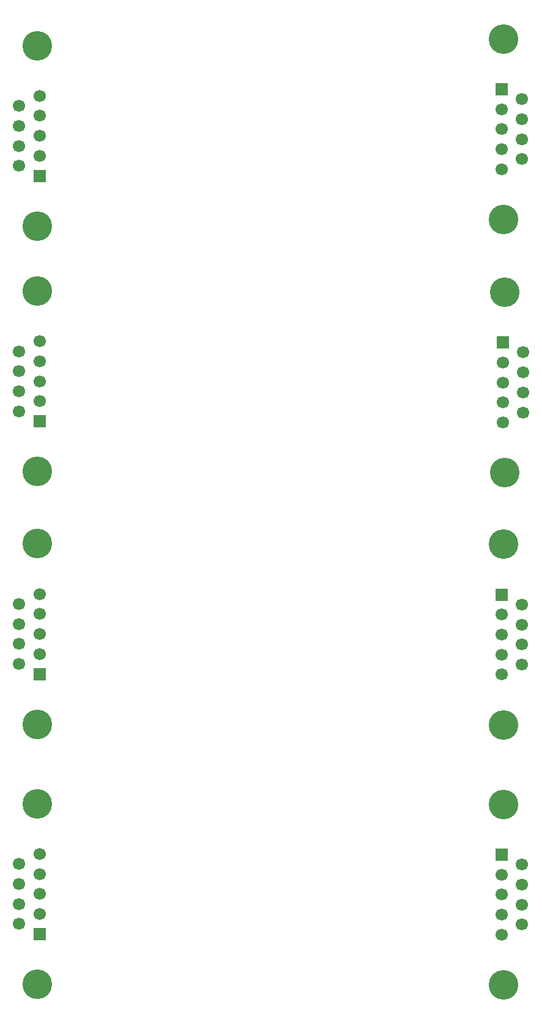
<source format=gbr>
%TF.GenerationSoftware,KiCad,Pcbnew,(5.1.6)-1*%
%TF.CreationDate,2021-06-01T12:00:34+02:00*%
%TF.ProjectId,CAN,43414e2e-6b69-4636-9164-5f7063625858,rev?*%
%TF.SameCoordinates,Original*%
%TF.FileFunction,Soldermask,Bot*%
%TF.FilePolarity,Negative*%
%FSLAX46Y46*%
G04 Gerber Fmt 4.6, Leading zero omitted, Abs format (unit mm)*
G04 Created by KiCad (PCBNEW (5.1.6)-1) date 2021-06-01 12:00:34*
%MOMM*%
%LPD*%
G01*
G04 APERTURE LIST*
%ADD10C,4.100000*%
%ADD11C,1.700000*%
%ADD12R,1.700000X1.700000*%
G04 APERTURE END LIST*
D10*
%TO.C,J8*%
X155300000Y-137040000D03*
X155300000Y-162040000D03*
D11*
X157840000Y-153695000D03*
X157840000Y-150925000D03*
X157840000Y-148155000D03*
X157840000Y-145385000D03*
X155000000Y-155080000D03*
X155000000Y-152310000D03*
X155000000Y-149540000D03*
X155000000Y-146770000D03*
D12*
X155000000Y-144000000D03*
%TD*%
D10*
%TO.C,J7*%
X155300000Y-101040000D03*
X155300000Y-126040000D03*
D11*
X157840000Y-117695000D03*
X157840000Y-114925000D03*
X157840000Y-112155000D03*
X157840000Y-109385000D03*
X155000000Y-119080000D03*
X155000000Y-116310000D03*
X155000000Y-113540000D03*
X155000000Y-110770000D03*
D12*
X155000000Y-108000000D03*
%TD*%
D10*
%TO.C,J6*%
X155460000Y-66115000D03*
X155460000Y-91115000D03*
D11*
X158000000Y-82770000D03*
X158000000Y-80000000D03*
X158000000Y-77230000D03*
X158000000Y-74460000D03*
X155160000Y-84155000D03*
X155160000Y-81385000D03*
X155160000Y-78615000D03*
X155160000Y-75845000D03*
D12*
X155160000Y-73075000D03*
%TD*%
D10*
%TO.C,J5*%
X155300000Y-31040000D03*
X155300000Y-56040000D03*
D11*
X157840000Y-47695000D03*
X157840000Y-44925000D03*
X157840000Y-42155000D03*
X157840000Y-39385000D03*
X155000000Y-49080000D03*
X155000000Y-46310000D03*
X155000000Y-43540000D03*
X155000000Y-40770000D03*
D12*
X155000000Y-38000000D03*
%TD*%
D10*
%TO.C,J4*%
X90700000Y-161960000D03*
X90700000Y-136960000D03*
D11*
X88160000Y-145305000D03*
X88160000Y-148075000D03*
X88160000Y-150845000D03*
X88160000Y-153615000D03*
X91000000Y-143920000D03*
X91000000Y-146690000D03*
X91000000Y-149460000D03*
X91000000Y-152230000D03*
D12*
X91000000Y-155000000D03*
%TD*%
D10*
%TO.C,J2*%
X90700000Y-90960000D03*
X90700000Y-65960000D03*
D11*
X88160000Y-74305000D03*
X88160000Y-77075000D03*
X88160000Y-79845000D03*
X88160000Y-82615000D03*
X91000000Y-72920000D03*
X91000000Y-75690000D03*
X91000000Y-78460000D03*
X91000000Y-81230000D03*
D12*
X91000000Y-84000000D03*
%TD*%
D10*
%TO.C,J1*%
X90700000Y-56960000D03*
X90700000Y-31960000D03*
D11*
X88160000Y-40305000D03*
X88160000Y-43075000D03*
X88160000Y-45845000D03*
X88160000Y-48615000D03*
X91000000Y-38920000D03*
X91000000Y-41690000D03*
X91000000Y-44460000D03*
X91000000Y-47230000D03*
D12*
X91000000Y-50000000D03*
%TD*%
D10*
%TO.C,J3*%
X90700000Y-125960000D03*
X90700000Y-100960000D03*
D11*
X88160000Y-109305000D03*
X88160000Y-112075000D03*
X88160000Y-114845000D03*
X88160000Y-117615000D03*
X91000000Y-107920000D03*
X91000000Y-110690000D03*
X91000000Y-113460000D03*
X91000000Y-116230000D03*
D12*
X91000000Y-119000000D03*
%TD*%
M02*

</source>
